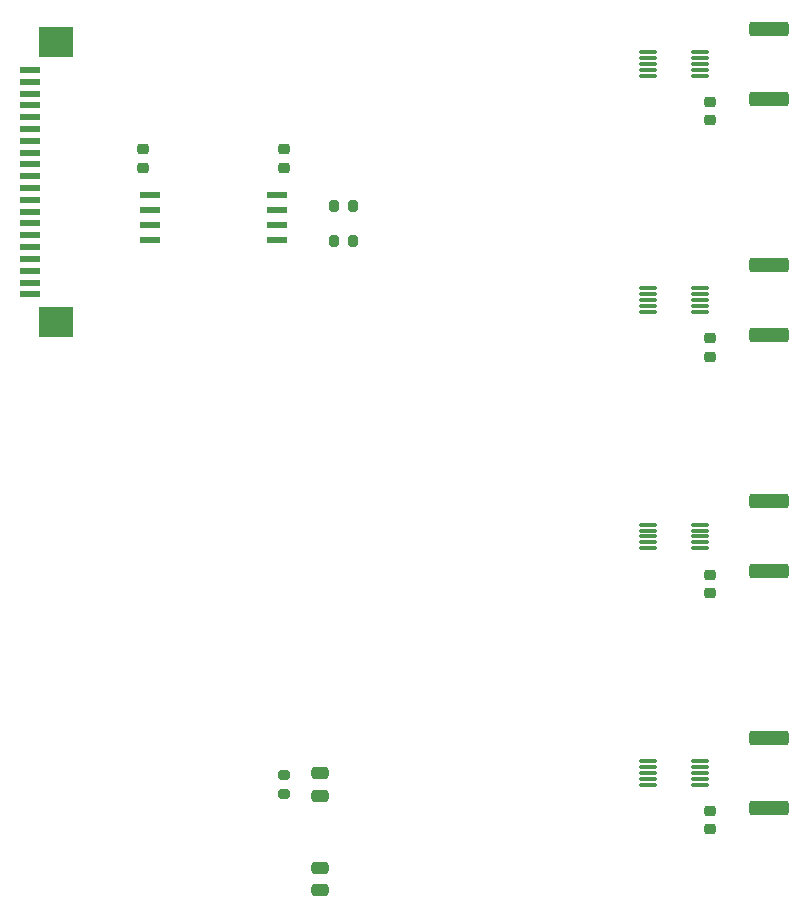
<source format=gbr>
%TF.GenerationSoftware,KiCad,Pcbnew,9.0.6*%
%TF.CreationDate,2025-11-27T08:11:18+03:00*%
%TF.ProjectId,PMCNV-INA226,504d434e-562d-4494-9e41-3232362e6b69,rev?*%
%TF.SameCoordinates,PX3dfd240PY5f5e100*%
%TF.FileFunction,Paste,Top*%
%TF.FilePolarity,Positive*%
%FSLAX46Y46*%
G04 Gerber Fmt 4.6, Leading zero omitted, Abs format (unit mm)*
G04 Created by KiCad (PCBNEW 9.0.6) date 2025-11-27 08:11:18*
%MOMM*%
%LPD*%
G01*
G04 APERTURE LIST*
G04 Aperture macros list*
%AMRoundRect*
0 Rectangle with rounded corners*
0 $1 Rounding radius*
0 $2 $3 $4 $5 $6 $7 $8 $9 X,Y pos of 4 corners*
0 Add a 4 corners polygon primitive as box body*
4,1,4,$2,$3,$4,$5,$6,$7,$8,$9,$2,$3,0*
0 Add four circle primitives for the rounded corners*
1,1,$1+$1,$2,$3*
1,1,$1+$1,$4,$5*
1,1,$1+$1,$6,$7*
1,1,$1+$1,$8,$9*
0 Add four rect primitives between the rounded corners*
20,1,$1+$1,$2,$3,$4,$5,0*
20,1,$1+$1,$4,$5,$6,$7,0*
20,1,$1+$1,$6,$7,$8,$9,0*
20,1,$1+$1,$8,$9,$2,$3,0*%
G04 Aperture macros list end*
%ADD10RoundRect,0.225000X-0.250000X0.225000X-0.250000X-0.225000X0.250000X-0.225000X0.250000X0.225000X0*%
%ADD11RoundRect,0.075000X-0.650000X-0.075000X0.650000X-0.075000X0.650000X0.075000X-0.650000X0.075000X0*%
%ADD12RoundRect,0.200000X0.200000X0.275000X-0.200000X0.275000X-0.200000X-0.275000X0.200000X-0.275000X0*%
%ADD13RoundRect,0.250000X-1.425000X0.362500X-1.425000X-0.362500X1.425000X-0.362500X1.425000X0.362500X0*%
%ADD14RoundRect,0.250000X0.475000X-0.250000X0.475000X0.250000X-0.475000X0.250000X-0.475000X-0.250000X0*%
%ADD15RoundRect,0.225000X0.250000X-0.225000X0.250000X0.225000X-0.250000X0.225000X-0.250000X-0.225000X0*%
%ADD16RoundRect,0.200000X-0.275000X0.200000X-0.275000X-0.200000X0.275000X-0.200000X0.275000X0.200000X0*%
%ADD17R,1.701800X0.558800*%
%ADD18RoundRect,0.250000X-0.475000X0.250000X-0.475000X-0.250000X0.475000X-0.250000X0.475000X0.250000X0*%
%ADD19R,1.800000X0.600000*%
%ADD20R,3.000000X2.600000*%
G04 APERTURE END LIST*
D10*
%TO.C,C8*%
X21000000Y-33225000D03*
X21000000Y-34775000D03*
%TD*%
D11*
%TO.C,U7*%
X15800000Y-29000000D03*
X15800000Y-29500000D03*
X15800000Y-30000000D03*
X15800000Y-30500000D03*
X15800000Y-31000000D03*
X20200000Y-31000000D03*
X20200000Y-30500000D03*
X20200000Y-30000000D03*
X20200000Y-29500000D03*
X20200000Y-29000000D03*
%TD*%
D10*
%TO.C,C7*%
X21000000Y-13225000D03*
X21000000Y-14775000D03*
%TD*%
D12*
%TO.C,R3*%
X-9175000Y18000000D03*
X-10825000Y18000000D03*
%TD*%
D11*
%TO.C,U5*%
X15800000Y11000000D03*
X15800000Y10500000D03*
X15800000Y10000000D03*
X15800000Y9500000D03*
X15800000Y9000000D03*
X20200000Y9000000D03*
X20200000Y9500000D03*
X20200000Y10000000D03*
X20200000Y10500000D03*
X20200000Y11000000D03*
%TD*%
D13*
%TO.C,R7*%
X26000000Y-27037500D03*
X26000000Y-32962500D03*
%TD*%
D11*
%TO.C,U2*%
X15800000Y31000000D03*
X15800000Y30500000D03*
X15800000Y30000000D03*
X15800000Y29500000D03*
X15800000Y29000000D03*
X20200000Y29000000D03*
X20200000Y29500000D03*
X20200000Y30000000D03*
X20200000Y30500000D03*
X20200000Y31000000D03*
%TD*%
D14*
%TO.C,C1*%
X-12000000Y-39950000D03*
X-12000000Y-38050000D03*
%TD*%
D15*
%TO.C,C6*%
X-27000000Y21225000D03*
X-27000000Y22775000D03*
%TD*%
D13*
%TO.C,R5*%
X26000000Y12962500D03*
X26000000Y7037500D03*
%TD*%
D10*
%TO.C,C4*%
X21000000Y6775000D03*
X21000000Y5225000D03*
%TD*%
D11*
%TO.C,U6*%
X15800000Y-9000000D03*
X15800000Y-9500000D03*
X15800000Y-10000000D03*
X15800000Y-10500000D03*
X15800000Y-11000000D03*
X20200000Y-11000000D03*
X20200000Y-10500000D03*
X20200000Y-10000000D03*
X20200000Y-9500000D03*
X20200000Y-9000000D03*
%TD*%
D13*
%TO.C,R2*%
X26000000Y32962500D03*
X26000000Y27037500D03*
%TD*%
D16*
%TO.C,R1*%
X-15000000Y-30175000D03*
X-15000000Y-31825000D03*
%TD*%
D13*
%TO.C,R6*%
X26000000Y-7037500D03*
X26000000Y-12962500D03*
%TD*%
D12*
%TO.C,R4*%
X-9175000Y15000000D03*
X-10825000Y15000000D03*
%TD*%
D17*
%TO.C,U11*%
X-26384800Y18905000D03*
X-26384800Y17635000D03*
X-26384800Y16365000D03*
X-26384800Y15095000D03*
X-15615200Y15095000D03*
X-15615200Y16365000D03*
X-15615200Y17635000D03*
X-15615200Y18905000D03*
%TD*%
D18*
%TO.C,C2*%
X-12000000Y-30050000D03*
X-12000000Y-31950000D03*
%TD*%
D10*
%TO.C,C3*%
X21000000Y26775000D03*
X21000000Y25225000D03*
%TD*%
D19*
%TO.C,JM1*%
X-36546000Y10500000D03*
X-36546000Y11500000D03*
X-36546000Y12500000D03*
X-36546000Y13500000D03*
X-36546000Y14500000D03*
X-36546000Y15500000D03*
X-36546000Y16500000D03*
X-36546000Y17500000D03*
X-36546000Y18500000D03*
X-36546000Y19500000D03*
X-36546000Y20500000D03*
X-36546000Y21500000D03*
X-36546000Y22500000D03*
X-36546000Y23500000D03*
X-36546000Y24500000D03*
X-36546000Y25500000D03*
X-36546000Y26500000D03*
X-36546000Y27500000D03*
X-36546000Y28500000D03*
X-36546000Y29500000D03*
D20*
X-34375000Y8150000D03*
X-34375000Y31850000D03*
%TD*%
D15*
%TO.C,C5*%
X-15000000Y21225000D03*
X-15000000Y22775000D03*
%TD*%
M02*

</source>
